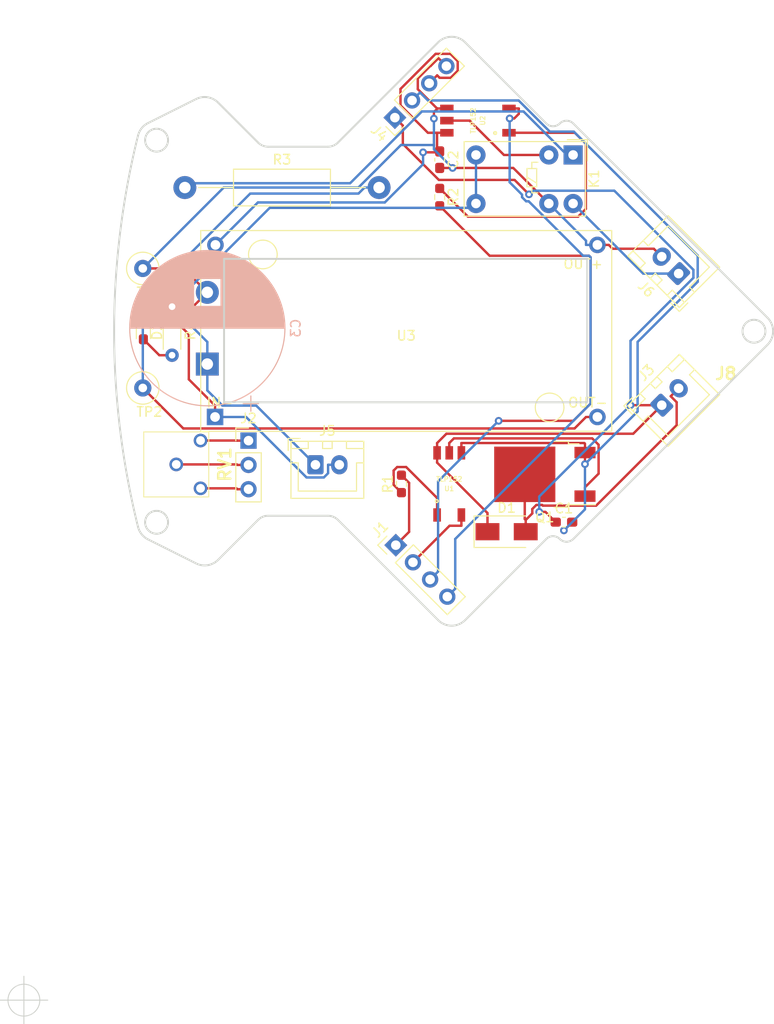
<source format=kicad_pcb>
(kicad_pcb (version 20211014) (generator pcbnew)
  (title_block (title "control board") (date "2021-11-08") (rev "V1.1") (company "Saeki.A"))
  (layers (0 "F.Cu" signal) (31 "B.Cu" signal) (34 "B.Paste" user) (35 "F.Paste" user) (36 "B.SilkS" user "B.Silkscreen") (37 "F.SilkS" user "F.Silkscreen") (38 "B.Mask" user) (39 "F.Mask" user) (44 "Edge.Cuts" user))
  (net 0 "")
  (net 1 "Net-(C3-Pad1)")
  (net 2 "Net-(C2-Pad2)")
  (net 3 "Net-(C1-Pad1)")
  (net 4 "Net-(D1-Pad2)")
  (net 5 "Net-(J1-Pad1)")
  (net 6 "Net-(J1-Pad3)")
  (net 7 "Net-(J1-Pad4)")
  (net 8 "Net-(J1-Pad2)")
  (net 9 "Net-(J2-Pad1)")
  (net 10 "Net-(J2-Pad2)")
  (net 11 "Net-(J2-Pad3)")
  (net 12 "Net-(C1-Pad2)")
  (net 13 "Net-(C2-Pad1)")
  (net 14 "Net-(J6-Pad1)")
  (net 15 "Net-(K1-Pad1)")
  (net 16 "Net-(K1-Pad2)")
  (net 17 "Net-(Q1-Pad1)")
  (net 18 "Net-(R3-Pad2)")
  (net 19 "Net-(R1-Pad1)")
  (net 20 "Net-(R2-Pad1)")
  (net 21 "Net-(D2-Pad2)")
  (footprint "0.main.robot:XL6009_HW432" (layer "F.Cu") (at 75.5 115)
    (fp_text reference "U3" (at 0 0.5) (layer "F.SilkS"))
    (fp_text value "XL6009/HW-432")
    (fp_text user "OUT-" (at 19 7.5) (layer "F.SilkS"))
    (fp_text user "IN-" (at -19.5 7.5) (layer "F.SilkS"))
    (fp_text user "IN+" (at -19.5 -7) (layer "F.SilkS"))
    (fp_text user "OUT+" (at 18.5 -7) (layer "F.SilkS"))
    (pad "1" thru_hole rect locked (at -20 9) (size 1.7272 1.7272) (drill 1.016) (layers *.Cu *.Mask) (net 2 "Net-(C2-Pad2)"))
    (pad "2" thru_hole oval locked (at -19.96 -9) (size 1.7272 1.7272) (drill 1.016) (layers *.Cu *.Mask) (net 13 "Net-(C2-Pad1)"))
    (pad "3" thru_hole oval locked (at 20 -9) (size 1.7272 1.7272) (drill 1.016) (layers *.Cu *.Mask) (net 2 "Net-(C2-Pad2)"))
    (pad "4" thru_hole oval locked (at 20 9) (size 1.7272 1.7272) (drill 1.016) (layers *.Cu *.Mask) (net 18 "Net-(R3-Pad2)"))
  )
  (footprint "0.main.robot:TLP152" (layer "F.Cu") (at 83 93 90)
    (fp_text reference "U2" (at 0 0.5 90) (layer "F.SilkS") (effects (font (size 0.5 0.5) (thickness 0.1))))
    (fp_text value "TLP152" (at 0 -0.5 90) (layer "F.SilkS") (effects (font (size 0.5 0.5) (thickness 0.1))))
    (pad "1" smd rect locked (at -1.27 3.25 90) (size 0.8 1.4) (layers "F.Cu" "F.Paste" "F.Mask") (net 20 "Net-(R2-Pad1)"))
    (pad "3" smd rect locked (at 1.27 3.25 90) (size 0.8 1.4) (layers "F.Cu" "F.Paste" "F.Mask") (net 7 "Net-(J1-Pad4)"))
    (pad "4" smd rect locked (at 1.27 -3.25 90) (size 0.8 1.4) (layers "F.Cu" "F.Paste" "F.Mask") (net 2 "Net-(C2-Pad2)"))
    (pad "5" smd rect locked (at 0 -3.25 90) (size 0.8 1.4) (layers "F.Cu" "F.Paste" "F.Mask") (net 16 "Net-(K1-Pad2)"))
    (pad "6" smd rect locked (at -1.27 -3.25 90) (size 0.8 1.4) (layers "F.Cu" "F.Paste" "F.Mask") (net 13 "Net-(C2-Pad1)"))
  )
  (footprint "Connector_JST:JST_XH_B2B-XH-A_1x02_P2.50mm_Vertical" (layer "F.Cu") (at 66 129)
    (fp_text reference "J5" (at 1.25 -3.55) (layer "F.SilkS"))
    (fp_text value "CAP")
    (pad "1" thru_hole roundrect (at 0 0) (size 1.7 2) (drill 1) (layers *.Cu *.Mask) (roundrect_rratio 0.147059) (net 1 "Net-(C3-Pad1)"))
    (pad "2" thru_hole oval (at 2.5 0) (size 1.7 2) (drill 1) (layers *.Cu *.Mask) (net 2 "Net-(C2-Pad2)"))
  )
  (footprint "Capacitor_SMD:C_0603_1608Metric_Pad1.08x0.95mm_HandSolder" (layer "F.Cu") (at 92 135)
    (fp_text reference "C1" (at 0 -1.43) (layer "F.SilkS"))
    (fp_text value "1uF")
    (pad "1" smd roundrect (at -0.8625 0) (size 1.075 0.95) (layers "F.Cu" "F.Paste" "F.Mask") (net 3 "Net-(C1-Pad1)"))
    (pad "2" smd roundrect (at 0.8625 0) (size 1.075 0.95) (layers "F.Cu" "F.Paste" "F.Mask") (net 12 "Net-(C1-Pad2)"))
  )
  (footprint "Connector_JST:JST_XH_B2B-XH-A_1x02_P2.50mm_Vertical" (layer "F.Cu") (at 104 109 135)
    (fp_text reference "J6" (at 1.25 -3.55 135) (layer "F.SilkS"))
    (fp_text value "Kicker1")
    (pad "1" thru_hole roundrect (at 0 0 135) (size 1.7 2) (drill 1) (layers *.Cu *.Mask) (roundrect_rratio 0.147059) (net 14 "Net-(J6-Pad1)"))
    (pad "2" thru_hole oval (at 2.5 0 135) (size 1.7 2) (drill 1) (layers *.Cu *.Mask) (net 2 "Net-(C2-Pad2)"))
  )
  (footprint "Connector_PinHeader_2.54mm:PinHeader_1x04_P2.54mm_Vertical" (layer "F.Cu") (at 74.313 92.687 135)
    (fp_text reference "J4" (at 0 -2.33 135) (layer "F.SilkS"))
    (fp_text value "drib-kick_POWER")
    (pad "1" thru_hole rect (at 0 0 135) (size 1.7 1.7) (drill 1) (layers *.Cu *.Mask) (net 3 "Net-(C1-Pad1)"))
    (pad "2" thru_hole oval (at 0 2.54 135) (size 1.7 1.7) (drill 1) (layers *.Cu *.Mask) (net 12 "Net-(C1-Pad2)"))
    (pad "3" thru_hole oval (at 0 5.08 135) (size 1.7 1.7) (drill 1) (layers *.Cu *.Mask) (net 13 "Net-(C2-Pad1)"))
    (pad "4" thru_hole oval (at 0 7.62 135) (size 1.7 1.7) (drill 1) (layers *.Cu *.Mask) (net 2 "Net-(C2-Pad2)"))
  )
  (footprint "TestPoint:TestPoint_Loop_D2.60mm_Drill0.9mm_Beaded" (layer "F.Cu") (at 47.94 120.963)
    (fp_text reference "TP2" (at 0.7 2.5) (layer "F.SilkS"))
    (fp_text value "V+")
    (pad "1" thru_hole circle (at 0 0) (size 1.8 1.8) (drill 0.9) (layers *.Cu *.Mask) (net 18 "Net-(R3-Pad2)"))
  )
  (footprint "TestPoint:TestPoint_Loop_D2.60mm_Drill0.9mm_Beaded" (layer "F.Cu") (at 47.94 108.463)
    (fp_text reference "TP1" (at 0.7 2.5) (layer "F.SilkS"))
    (fp_text value "GND")
    (pad "1" thru_hole circle (at 0 0) (size 1.8 1.8) (drill 0.9) (layers *.Cu *.Mask) (net 2 "Net-(C2-Pad2)"))
  )
  (footprint "0.main.robot:Trim-GF063X" (layer "F.Cu") (at 51.44 128.963 -90)
    (fp_text reference "RV1" (at 0 -5.08 90) (layer "F.SilkS") (effects (font (size 1.27 1.27) (thickness 0.254))))
    (fp_text value "20k" hide)
    (pad "1" thru_hole circle locked (at -2.5 -2.54 270) (size 1.431 1.431) (drill 0.92) (layers *.Cu *.Mask) (net 9 "Net-(J2-Pad1)"))
    (pad "2" thru_hole circle locked (at 0 0 270) (size 1.431 1.431) (drill 0.92) (layers *.Cu *.Mask) (net 10 "Net-(J2-Pad2)"))
    (pad "3" thru_hole circle locked (at 2.5 -2.54 270) (size 1.431 1.431) (drill 0.92) (layers *.Cu *.Mask) (net 11 "Net-(J2-Pad3)"))
  )
  (footprint "Resistor_SMD:R_0603_1608Metric_Pad0.98x0.95mm_HandSolder" (layer "F.Cu") (at 79 101 -90)
    (fp_text reference "R2" (at 0 -1.43 90) (layer "F.SilkS"))
    (fp_text value "120")
    (pad "1" smd roundrect (at -0.9125 0 270) (size 0.975 0.95) (layers "F.Cu" "F.Paste" "F.Mask") (net 20 "Net-(R2-Pad1)"))
    (pad "2" smd roundrect (at 0.9125 0 270) (size 0.975 0.95) (layers "F.Cu" "F.Paste" "F.Mask") (net 6 "Net-(J1-Pad3)"))
  )
  (footprint "Resistor_SMD:R_0603_1608Metric_Pad0.98x0.95mm_HandSolder" (layer "F.Cu") (at 75 131 90)
    (fp_text reference "R1" (at 0 -1.43 90) (layer "F.SilkS"))
    (fp_text value "120")
    (pad "1" smd roundrect (at -0.9125 0 90) (size 0.975 0.95) (layers "F.Cu" "F.Paste" "F.Mask") (net 19 "Net-(R1-Pad1)"))
    (pad "2" smd roundrect (at 0.9125 0 90) (size 0.975 0.95) (layers "F.Cu" "F.Paste" "F.Mask") (net 5 "Net-(J1-Pad1)"))
  )
  (footprint "Capacitor_SMD:C_0603_1608Metric_Pad1.08x0.95mm_HandSolder" (layer "F.Cu") (at 79 97.0875 -90)
    (fp_text reference "C2" (at 0 -1.43 90) (layer "F.SilkS"))
    (fp_text value "1uF")
    (pad "1" smd roundrect (at -0.8625 0 270) (size 1.075 0.95) (layers "F.Cu" "F.Paste" "F.Mask") (net 13 "Net-(C2-Pad1)"))
    (pad "2" smd roundrect (at 0.8625 0 270) (size 1.075 0.95) (layers "F.Cu" "F.Paste" "F.Mask") (net 2 "Net-(C2-Pad2)"))
  )
  (footprint "0.main.robot:TLP152" (layer "F.Cu") (at 80 131)
    (fp_text reference "U1" (at 0 0.5) (layer "F.SilkS") (effects (font (size 0.5 0.5) (thickness 0.1))))
    (fp_text value "TLP152" (at 0 -0.5) (layer "F.SilkS") (effects (font (size 0.5 0.5) (thickness 0.1))))
    (pad "1" smd rect locked (at -1.27 3.25) (size 0.8 1.4) (layers "F.Cu" "F.Paste" "F.Mask") (net 19 "Net-(R1-Pad1)"))
    (pad "3" smd rect locked (at 1.27 3.25) (size 0.8 1.4) (layers "F.Cu" "F.Paste" "F.Mask") (net 8 "Net-(J1-Pad2)"))
    (pad "4" smd rect locked (at 1.27 -3.25) (size 0.8 1.4) (layers "F.Cu" "F.Paste" "F.Mask") (net 12 "Net-(C1-Pad2)"))
    (pad "5" smd rect locked (at 0 -3.25) (size 0.8 1.4) (layers "F.Cu" "F.Paste" "F.Mask") (net 17 "Net-(Q1-Pad1)"))
    (pad "6" smd rect locked (at -1.27 -3.25) (size 0.8 1.4) (layers "F.Cu" "F.Paste" "F.Mask") (net 3 "Net-(C1-Pad1)"))
  )
  (footprint "Connector_JST:JST_XH_B2B-XH-A_1x02_P2.50mm_Vertical" (layer "F.Cu") (at 102.2322 122.7678 45)
    (fp_text reference "J3" (at 1.25 -3.55 45) (layer "F.SilkS"))
    (fp_text value "DribblerMotor")
    (pad "1" thru_hole roundrect (at 0 0 45) (size 1.7 2) (drill 1) (layers *.Cu *.Mask) (roundrect_rratio 0.147059) (net 3 "Net-(C1-Pad1)"))
    (pad "2" thru_hole oval (at 2.5 0 45) (size 1.7 2) (drill 1) (layers *.Cu *.Mask) (net 4 "Net-(D1-Pad2)"))
  )
  (footprint "Resistor_THT:R_Axial_DIN0411_L9.9mm_D3.6mm_P20.32mm_Horizontal" (layer "F.Cu") (at 52.34 100)
    (fp_text reference "R3" (at 10.16 -2.92) (layer "F.SilkS"))
    (fp_text value "100")
    (pad "1" thru_hole circle (at 0 0) (size 2.4 2.4) (drill 1.2) (layers *.Cu *.Mask) (net 15 "Net-(K1-Pad1)"))
    (pad "2" thru_hole oval (at 20.32 0) (size 2.4 2.4) (drill 1.2) (layers *.Cu *.Mask) (net 18 "Net-(R3-Pad2)"))
  )
  (footprint "Relay_THT:Relay_SPDT_Omron_G5V-1" (layer "F.Cu") (at 92.9575 96.5925 -90)
    (fp_text reference "K1" (at 2.5 -2.2 90) (layer "F.SilkS"))
    (fp_text value "G5V-1/12V")
    (pad "1" thru_hole rect (at 0 0 270) (size 2 2) (drill 1) (layers *.Cu *.Mask) (net 15 "Net-(K1-Pad1)"))
    (pad "2" thru_hole circle (at 0 2.54 270) (size 2 2) (drill 1) (layers *.Cu *.Mask) (net 16 "Net-(K1-Pad2)"))
    (pad "5" thru_hole circle (at 0 10.16 270) (size 2 2) (drill 1) (layers *.Cu *.Mask) (net 1 "Net-(C3-Pad1)"))
    (pad "6" thru_hole circle (at 5.08 10.16 270) (size 2 2) (drill 1) (layers *.Cu *.Mask) (net 1 "Net-(C3-Pad1)"))
    (pad "9" thru_hole circle (at 5.08 2.54 270) (size 2 2) (drill 1) (layers *.Cu *.Mask) (net 2 "Net-(C2-Pad2)"))
    (pad "10" thru_hole circle (at 5.08 0 270) (size 2 2) (drill 1) (layers *.Cu *.Mask) (net 14 "Net-(J6-Pad1)"))
  )
  (footprint "Connector_PinHeader_2.54mm:PinHeader_1x04_P2.54mm_Vertical" (layer "F.Cu") (at 74.4079 137.4079 45)
    (fp_text reference "J1" (at 0 -2.33 45) (layer "F.SilkS"))
    (fp_text value "drib-kick")
    (pad "1" thru_hole rect (at 0 0 45) (size 1.7 1.7) (drill 1) (layers *.Cu *.Mask) (net 5 "Net-(J1-Pad1)"))
    (pad "2" thru_hole oval (at 0 2.54 45) (size 1.7 1.7) (drill 1) (layers *.Cu *.Mask) (net 8 "Net-(J1-Pad2)"))
    (pad "3" thru_hole oval (at 0 5.08 45) (size 1.7 1.7) (drill 1) (layers *.Cu *.Mask) (net 6 "Net-(J1-Pad3)"))
    (pad "4" thru_hole oval (at 0 7.62 45) (size 1.7 1.7) (drill 1) (layers *.Cu *.Mask) (net 7 "Net-(J1-Pad4)"))
  )
  (footprint "Resistor_THT:R_Axial_DIN0204_L3.6mm_D1.6mm_P5.08mm_Horizontal" (layer "F.Cu") (at 51 112.46 -90)
    (fp_text reference "R4" (at 2.54 -1.92 90) (layer "F.SilkS"))
    (fp_text value "30k")
    (pad "1" thru_hole circle (at 0 0 270) (size 1.4 1.4) (drill 0.7) (layers *.Cu *.Mask) (net 1 "Net-(C3-Pad1)"))
    (pad "2" thru_hole oval (at 5.08 0 270) (size 1.4 1.4) (drill 0.7) (layers *.Cu *.Mask) (net 21 "Net-(D2-Pad2)"))
  )
  (footprint "Diode_SMD:D_SMA" (layer "F.Cu") (at 86 136)
    (fp_text reference "D1" (at 0 -2.5) (layer "F.SilkS"))
    (fp_text value "SX34F")
    (pad "1" smd rect (at -2 0) (size 2.5 1.8) (layers "F.Cu" "F.Paste" "F.Mask") (net 3 "Net-(C1-Pad1)"))
    (pad "2" smd rect (at 2 0) (size 2.5 1.8) (layers "F.Cu" "F.Paste" "F.Mask") (net 4 "Net-(D1-Pad2)"))
  )
  (footprint "Package_TO_SOT_SMD:TO-252-2" (layer "F.Cu") (at 90 130 180)
    (fp_text reference "Q1" (at 0 -4.5) (layer "F.SilkS"))
    (fp_text value "NP52N06SLG")
    (pad "1" smd rect (at -4.2 -2.28 180) (size 2.2 1.2) (layers "F.Cu" "F.Paste" "F.Mask") (net 17 "Net-(Q1-Pad1)"))
    (pad "2" smd rect (at 2.1 0 180) (size 6.4 5.8) (layers "F.Cu" "F.Mask") (net 4 "Net-(D1-Pad2)"))
    (pad "3" smd rect (at -4.2 2.28 180) (size 2.2 1.2) (layers "F.Cu" "F.Paste" "F.Mask") (net 12 "Net-(C1-Pad2)"))
  )
  (footprint "LED_SMD:LED_0603_1608Metric_Pad1.05x0.95mm_HandSolder" (layer "F.Cu") (at 48 115 -90)
    (fp_text reference "D2" (at 0 -1.43 90) (layer "F.SilkS"))
    (fp_text value "LED")
    (pad "1" smd roundrect (at -0.875 0 270) (size 1.05 0.95) (layers "F.Cu" "F.Paste" "F.Mask") (net 2 "Net-(C2-Pad2)"))
    (pad "2" smd roundrect (at 0.875 0 270) (size 1.05 0.95) (layers "F.Cu" "F.Paste" "F.Mask") (net 21 "Net-(D2-Pad2)"))
  )
  (footprint "Connector_PinHeader_2.54mm:PinHeader_1x03_P2.54mm_Vertical" (layer "F.Cu") (at 59 126.475)
    (fp_text reference "J2" (at 0 -2.33) (layer "F.SilkS"))
    (fp_text value "Conn_01x03")
    (pad "1" thru_hole rect (at 0 0) (size 1.7 1.7) (drill 1) (layers *.Cu *.Mask) (net 9 "Net-(J2-Pad1)"))
    (pad "2" thru_hole oval (at 0 2.54) (size 1.7 1.7) (drill 1) (layers *.Cu *.Mask) (net 10 "Net-(J2-Pad2)"))
    (pad "3" thru_hole oval (at 0 5.08) (size 1.7 1.7) (drill 1) (layers *.Cu *.Mask) (net 11 "Net-(J2-Pad3)"))
  )
  (footprint "Capacitor_THT:CP_Radial_D16.0mm_P7.50mm" (layer "B.Cu") (at 54.69 118.463 90)
    (fp_text reference "C3" (at 3.75 9.25 90) (layer "B.SilkS") (effects (justify mirror)))
    (fp_text value "2200uF/63V")
    (pad "1" thru_hole rect (at 0 0 90) (size 2.4 2.4) (drill 1.2) (layers *.Cu *.Mask) (net 1 "Net-(C3-Pad1)"))
    (pad "2" thru_hole circle (at 7.5 0 90) (size 2.4 2.4) (drill 1.2) (layers *.Cu *.Mask) (net 2 "Net-(C2-Pad2)"))
  )
  (gr_line (start 61.056863 95.731454) (end 67.299504 95.731454) (layer "Edge.Cuts") (width 0.2))
  (gr_arc (start 92.978959 136.760152) (mid 92.271852 137.053045) (end 91.564745 136.760152) (layer "Edge.Cuts") (width 0.2))
  (gr_line (start 92.978959 93.300736) (end 113.294453 113.61623) (layer "Edge.Cuts") (width 0.2))
  (gr_arc (start 91.564745 93.300736) (mid 92.271852 93.007843) (end 92.978959 93.300736) (layer "Edge.Cuts") (width 0.2))
  (gr_arc (start 47.439877 94.563987) (mid 47.819822 93.795506) (end 48.486608 93.256696) (layer "Edge.Cuts") (width 0.2))
  (gr_circle (center 49.381035 95.04555) (end 48.181035 95.04555) (layer "Edge.Cuts") (width 0.2) (fill none))
  (gr_line (start 55.822033 91.117945) (end 59.996203 95.292114) (layer "Edge.Cuts") (width 0.2))
  (gr_arc (start 81.66525 145.245433) (mid 80.251036 145.83122) (end 78.836823 145.245433) (layer "Edge.Cuts") (width 0.2))
  (gr_arc (start 47.439877 135.496901) (mid 44.939114 115.030444) (end 47.439877 94.563987) (layer "Edge.Cuts") (width 0.2))
  (gr_arc (start 61.056863 95.731454) (mid 60.482838 95.617273) (end 59.996203 95.292114) (layer "Edge.Cuts") (width 0.2))
  (gr_arc (start 113.294453 113.61623) (mid 113.880239 115.030444) (end 113.294453 116.444658) (layer "Edge.Cuts") (width 0.2))
  (gr_line (start 53.513393 139.317584) (end 48.486608 136.804192) (layer "Edge.Cuts") (width 0.2))
  (gr_line (start 67.299504 134.329434) (end 61.056863 134.329434) (layer "Edge.Cuts") (width 0.2))
  (gr_line (start 94.44 122.463) (end 56.44 122.463) (layer "Edge.Cuts") (width 0.2))
  (gr_arc (start 55.822033 138.942943) (mid 54.728184 139.502904) (end 53.513393 139.317584) (layer "Edge.Cuts") (width 0.2))
  (gr_line (start 56.44 122.463) (end 56.44 107.463) (layer "Edge.Cuts") (width 0.2))
  (gr_arc (start 90.150532 136.760152) (mid 90.857638 136.467258) (end 91.564745 136.760152) (layer "Edge.Cuts") (width 0.2))
  (gr_circle (center 49.381035 135.015338) (end 48.181035 135.015338) (layer "Edge.Cuts") (width 0.2) (fill none))
  (gr_line (start 113.294453 116.444658) (end 92.978959 136.760152) (layer "Edge.Cuts") (width 0.2))
  (gr_line (start 78.836823 145.245433) (end 68.360164 134.768774) (layer "Edge.Cuts") (width 0.2))
  (gr_arc (start 68.360164 95.292114) (mid 67.873529 95.617273) (end 67.299504 95.731454) (layer "Edge.Cuts") (width 0.2))
  (gr_arc (start 59.996203 134.768774) (mid 60.482838 134.443615) (end 61.056863 134.329434) (layer "Edge.Cuts") (width 0.2))
  (gr_line (start 48.486608 93.256696) (end 53.513393 90.743304) (layer "Edge.Cuts") (width 0.2))
  (gr_circle (center 111.880239 115.030444) (end 110.680239 115.030444) (layer "Edge.Cuts") (width 0.2) (fill none))
  (gr_arc (start 53.513393 90.743304) (mid 54.728184 90.557984) (end 55.822033 91.117945) (layer "Edge.Cuts") (width 0.2))
  (gr_arc (start 91.564745 93.300736) (mid 90.857638 93.59363) (end 90.150532 93.300736) (layer "Edge.Cuts") (width 0.2))
  (gr_arc (start 78.836823 84.815455) (mid 80.251036 84.229668) (end 81.66525 84.815455) (layer "Edge.Cuts") (width 0.2))
  (gr_line (start 90.150532 136.760152) (end 81.66525 145.245433) (layer "Edge.Cuts") (width 0.2))
  (gr_line (start 68.360164 95.292114) (end 78.836823 84.815455) (layer "Edge.Cuts") (width 0.2))
  (gr_line (start 81.66525 84.815455) (end 90.150532 93.300736) (layer "Edge.Cuts") (width 0.2))
  (gr_arc (start 67.299504 134.329434) (mid 67.873529 134.443615) (end 68.360164 134.768774) (layer "Edge.Cuts") (width 0.2))
  (gr_arc (start 48.486608 136.804192) (mid 47.819822 136.265382) (end 47.439877 135.496901) (layer "Edge.Cuts") (width 0.2))
  (gr_line (start 56.44 107.463) (end 94.44 107.463) (layer "Edge.Cuts") (width 0.2))
  (gr_line (start 59.996203 134.768774) (end 55.822033 138.942943) (layer "Edge.Cuts") (width 0.2))
  (gr_line (start 94.44 107.463) (end 94.44 122.463) (layer "Edge.Cuts") (width 0.2))
  (gr_text "J8" (at 108.94 119.463) (layer "F.SilkS") (effects (font (size 1.27 1.27) (thickness 0.254))))
  (target plus (at 35.5 185) (size 5) (width 0.1) (layer "Edge.Cuts"))
  (segment (start 66 129) (end 59.811 122.811) (width 0.25) (layer "B.Cu") (net 1))
  (segment (start 56.2756 122.811) (end 54.69 121.2254) (width 0.25) (layer "B.Cu") (net 1))
  (segment (start 54.69 118.463) (end 54.69 116.15) (width 0.25) (layer "B.Cu") (net 1))
  (segment (start 82.3472 102.1228) (end 82.7975 101.6725) (width 0.25) (layer "B.Cu") (net 1))
  (segment (start 82.7975 96.5925) (end 82.7975 101.6725) (width 0.25) (layer "B.Cu") (net 1))
  (segment (start 54.69 116.15) (end 51 112.46) (width 0.25) (layer "B.Cu") (net 1))
  (segment (start 59.811 122.811) (end 56.2756 122.811) (width 0.25) (layer "B.Cu") (net 1))
  (segment (start 61.218 102.1228) (end 82.3472 102.1228) (width 0.25) (layer "B.Cu") (net 1))
  (segment (start 51 112.46) (end 51 112.3408) (width 0.25) (layer "B.Cu") (net 1))
  (segment (start 54.69 121.2254) (end 54.69 118.463) (width 0.25) (layer "B.Cu") (net 1))
  (segment (start 51 112.3408) (end 61.218 102.1228) (width 0.25) (layer "B.Cu") (net 1))
  (segment (start 52.7543 120.0654) (end 52.7543 115.3513) (width 0.25) (layer "F.Cu") (net 2))
  (segment (start 55.5 124) (end 55.5 122.8111) (width 0.25) (layer "F.Cu") (net 2))
  (segment (start 76.7096 89.7149) (end 76.7096 88.5921) (width 0.25) (layer "F.Cu") (net 2))
  (segment (start 47.94 108.463) (end 52.19 108.463) (width 0.25) (layer "F.Cu") (net 2))
  (segment (start 86.695 97.95) (end 80.3487 97.95) (width 0.25) (layer "F.Cu") (net 2))
  (segment (start 78.7752 91.73) (end 78.7247 91.73) (width 0.25) (layer "F.Cu") (net 2))
  (segment (start 90.4175 101.6725) (end 86.695 97.95) (width 0.25) (layer "F.Cu") (net 2))
  (segment (start 54.69 110.963) (end 51.528 114.125) (width 0.25) (layer "F.Cu") (net 2))
  (segment (start 55.5 122.8111) (end 52.7543 120.0654) (width 0.25) (layer "F.Cu") (net 2))
  (segment (start 51.528 114.125) (end 48 114.125) (width 0.25) (layer "F.Cu") (net 2))
  (segment (start 80.3487 97.95) (end 79 97.95) (width 0.25) (layer "F.Cu") (net 2))
  (segment (start 97.0901 106.4012) (end 96.6889 106) (width 0.25) (layer "F.Cu") (net 2))
  (segment (start 78.3954 92.1098) (end 78.7752 91.73) (width 0.25) (layer "F.Cu") (net 2))
  (segment (start 52.7543 115.3513) (end 51.528 114.125) (width 0.25) (layer "F.Cu") (net 2))
  (segment (start 79.75 91.73) (end 78.7752 91.73) (width 0.25) (layer "F.Cu") (net 2))
  (segment (start 78.3954 92.7878) (end 78.3954 92.1098) (width 0.25) (layer "F.Cu") (net 2))
  (segment (start 79.7012 87.2988) (end 78.8702 86.4677) (width 0.25) (layer "F.Cu") (net 2))
  (segment (start 76.7096 88.5921) (end 78.0029 87.2988) (width 0.25) (layer "F.Cu") (net 2))
  (segment (start 101.4012 106.4012) (end 97.0901 106.4012) (width 0.25) (layer "F.Cu") (net 2))
  (segment (start 78.0029 87.2988) (end 78.0391 87.2988) (width 0.25) (layer "F.Cu") (net 2))
  (segment (start 78.7247 91.73) (end 76.7096 89.7149) (width 0.25) (layer "F.Cu") (net 2))
  (segment (start 95.5 106) (end 96.6889 106) (width 0.25) (layer "F.Cu") (net 2))
  (segment (start 52.19 108.463) (end 54.69 110.963) (width 0.25) (layer "F.Cu") (net 2))
  (segment (start 78.0391 87.2988) (end 78.8702 86.4677) (width 0.25) (layer "F.Cu") (net 2))
  (segment (start 102.2322 107.2322) (end 101.4012 106.4012) (width 0.25) (layer "F.Cu") (net 2))
  (via (at 78.3954 92.7878) (size 0.8) (drill 0.4) (layers "F.Cu" "B.Cu") (net 2))
  (via (at 80.3487 97.95) (size 0.8) (drill 0.4) (layers "F.Cu" "B.Cu") (net 2))
  (segment (start 68.5 129) (end 67.3247 129) (width 0.25) (layer "B.Cu") (net 2))
  (segment (start 78.3954 95.9967) (end 80.3487 97.95) (width 0.25) (layer "B.Cu") (net 2))
  (segment (start 70.4978 100) (end 56.403 100) (width 0.25) (layer "B.Cu") (net 2))
  (segment (start 94.3111 105.5661) (end 90.4175 101.6725) (width 0.25) (layer "B.Cu") (net 2))
  (segment (start 65.0704 130.3267) (end 66.8795 130.3267) (width 0.25) (layer "B.Cu") (net 2))
  (segment (start 56.403 100) (end 47.94 108.463) (width 0.25) (layer "B.Cu") (net 2))
  (segment (start 55.5 124) (end 58.7437 124) (width 0.25) (layer "B.Cu") (net 2))
  (segment (start 78.3954 95.5532) (end 78.3954 95.9967) (width 0.25) (layer "B.Cu") (net 2))
  (segment (start 78.3954 92.7878) (end 78.3954 95.5532) (width 0.25) (layer "B.Cu") (net 2))
  (segment (start 67.3247 129.8815) (end 67.3247 129) (width 0.25) (layer "B.Cu") (net 2))
  (segment (start 78.3954 95.5532) (end 74.9446 95.5532) (width 0.25) (layer "B.Cu") (net 2))
  (segment (start 66.8795 130.3267) (end 67.3247 129.8815) (width 0.25) (layer "B.Cu") (net 2))
  (segment (start 74.9446 95.5532) (end 70.4978 100) (width 0.25) (layer "B.Cu") (net 2))
  (segment (start 58.7437 124) (end 65.0704 130.3267) (width 0.25) (layer "B.Cu") (net 2))
  (segment (start 95.5 106) (end 94.3111 106) (width 0.25) (layer "B.Cu") (net 2))
  (segment (start 94.3111 106) (end 94.3111 105.5661) (width 0.25) (layer "B.Cu") (net 2))
  (segment (start 78.73 127.75) (end 78.73 126.7247) (width 0.25) (layer "F.Cu") (net 3))
  (segment (start 88.3425 100.7121) (end 86.8335 99.2031) (width 0.25) (layer "F.Cu") (net 3))
  (segment (start 86.8335 99.2031) (end 78.9116 99.2031) (width 0.25) (layer "F.Cu") (net 3))
  (segment (start 79.7033 125.7514) (end 99.2486 125.7514) (width 0.25) (layer "F.Cu") (net 3))
  (segment (start 78.73 128.7753) (end 84 134.0453) (width 0.25) (layer "F.Cu") (net 3))
  (segment (start 78.73 126.7247) (end 79.7033 125.7514) (width 0.25) (layer "F.Cu") (net 3))
  (segment (start 74.313 92.687) (end 75.1441 93.518) (width 0.25) (layer "F.Cu") (net 3))
  (segment (start 75.144 95.4355) (end 75.144 93.5181) (width 0.25) (layer "F.Cu") (net 3))
  (segment (start 78.73 127.75) (end 78.73 128.7753) (width 0.25) (layer "F.Cu") (net 3))
  (segment (start 89.4138 133.9236) (end 90.0611 133.9236) (width 0.25) (layer "F.Cu") (net 3))
  (segment (start 75.144 93.5181) (end 75.1441 93.518) (width 0.25) (layer "F.Cu") (net 3))
  (segment (start 99.2486 125.7514) (end 102.2322 122.7678) (width 0.25) (layer "F.Cu") (net 3))
  (segment (start 78.9116 99.2031) (end 75.144 95.4355) (width 0.25) (layer "F.Cu") (net 3))
  (segment (start 102.2322 122.7678) (end 98.9651 122.7678) (width 0.25) (layer "F.Cu") (net 3))
  (segment (start 90.0611 133.9236) (end 91.1375 135) (width 0.25) (layer "F.Cu") (net 3))
  (segment (start 84 134.0453) (end 84 136) (width 0.25) (layer "F.Cu") (net 3))
  (via (at 98.9651 122.7678) (size 0.8) (drill 0.4) (layers "F.Cu" "B.Cu") (net 3))
  (via (at 88.3425 100.7121) (size 0.8) (drill 0.4) (layers "F.Cu" "B.Cu") (net 3))
  (via (at 89.4138 133.9236) (size 0.8) (drill 0.4) (layers "F.Cu" "B.Cu") (net 3))
  (segment (start 89.4138 132.3191) (end 89.4138 133.9236) (width 0.25) (layer "B.Cu") (net 3))
  (segment (start 98.9651 122.7678) (end 89.4138 132.3191) (width 0.25) (layer "B.Cu") (net 3))
  (segment (start 98.9651 116.0246) (end 98.9651 122.7678) (width 0.25) (layer "B.Cu") (net 3))
  (segment (start 105.5422 108.6029) (end 105.5422 109.4475) (width 0.25) (layer "B.Cu") (net 3))
  (segment (start 88.7234 100.3312) (end 97.2705 100.3312) (width 0.25) (layer "B.Cu") (net 3))
  (segment (start 105.5422 109.4475) (end 98.9651 116.0246) (width 0.25) (layer "B.Cu") (net 3))
  (segment (start 97.2705 100.3312) (end 105.5422 108.6029) (width 0.25) (layer "B.Cu") (net 3))
  (segment (start 88.3425 100.7121) (end 88.7234 100.3312) (width 0.25) (layer "B.Cu") (net 3))
  (segment (start 89.7143 133.1983) (end 89.1134 133.1983) (width 0.25) (layer "F.Cu") (net 4))
  (segment (start 103.7922 122.4543) (end 103.7922 124.8515) (width 0.25) (layer "F.Cu") (net 4))
  (segment (start 103.169 121.831) (end 103.7922 122.4543) (width 0.25) (layer "F.Cu") (net 4))
  (segment (start 88 136) (end 88 134.7747) (width 0.25) (layer "F.Cu") (net 4))
  (segment (start 95.3712 133.2725) (end 89.7885 133.2725) (width 0.25) (layer "F.Cu") (net 4))
  (segment (start 88 134.7747) (end 87.9 134.6747) (width 0.25) (layer "F.Cu") (net 4))
  (segment (start 104 121) (end 103.169 121.831) (width 0.25) (layer "F.Cu") (net 4))
  (segment (start 88.6885 134.0862) (end 88 134.7747) (width 0.25) (layer "F.Cu") (net 4))
  (segment (start 89.1134 133.1983) (end 88.6885 133.6232) (width 0.25) (layer "F.Cu") (net 4))
  (segment (start 87.9 134.6747) (end 87.9 130) (width 0.25) (layer "F.Cu") (net 4))
  (segment (start 88.6885 133.6232) (end 88.6885 134.0862) (width 0.25) (layer "F.Cu") (net 4))
  (segment (start 103.7922 124.8515) (end 95.3712 133.2725) (width 0.25) (layer "F.Cu") (net 4))
  (segment (start 89.7885 133.2725) (end 89.7143 133.1983) (width 0.25) (layer "F.Cu") (net 4))
  (segment (start 75.8021 136.0137) (end 74.4079 137.4079) (width 0.25) (layer "F.Cu") (net 5))
  (segment (start 75 130.0875) (end 75.8021 130.8896) (width 0.25) (layer "F.Cu") (net 5))
  (segment (start 75.8021 130.8896) (end 75.8021 136.0137) (width 0.25) (layer "F.Cu") (net 5))
  (segment (start 84.2228 107.1353) (end 94.6298 107.1353) (width 0.25) (layer "F.Cu") (net 6))
  (segment (start 94.6298 107.1353) (end 94.7903 107.2958) (width 0.25) (layer "F.Cu") (net 6))
  (segment (start 79 101.9125) (end 84.2228 107.1353) (width 0.25) (layer "F.Cu") (net 6))
  (segment (start 94.7903 107.2958) (end 94.7903 122.5958) (width 0.25) (layer "F.Cu") (net 6))
  (segment (start 94.7903 122.5958) (end 92.9853 124.4008) (width 0.25) (layer "F.Cu") (net 6))
  (segment (start 92.9853 124.4008) (end 85.1695 124.4008) (width 0.25) (layer "F.Cu") (net 6))
  (via (at 85.1695 124.4008) (size 0.8) (drill 0.4) (layers "F.Cu" "B.Cu") (net 6))
  (segment (start 78 141) (end 78.8311 140.1689) (width 0.25) (layer "B.Cu") (net 6))
  (segment (start 85.1695 124.4008) (end 78.831 130.7393) (width 0.25) (layer "B.Cu") (net 6))
  (segment (start 78.831 140.1689) (end 78.8311 140.1689) (width 0.25) (layer "B.Cu") (net 6))
  (segment (start 78.831 130.7393) (end 78.831 140.1689) (width 0.25) (layer "B.Cu") (net 6))
  (segment (start 86.25 91.73) (end 87.2753 91.73) (width 0.25) (layer "F.Cu") (net 7))
  (segment (start 87.2753 92.2974) (end 86.7977 92.775) (width 0.25) (layer "F.Cu") (net 7))
  (segment (start 87.2753 91.73) (end 87.2753 92.2974) (width 0.25) (layer "F.Cu") (net 7))
  (segment (start 86.7977 92.775) (end 86.32 92.775) (width 0.25) (layer "F.Cu") (net 7))
  (via (at 86.32 92.775) (size 0.8) (drill 0.4) (layers "F.Cu" "B.Cu") (net 7))
  (segment (start 88.3081 101.4374) (end 94.006 107.1353) (width 0.25) (layer "B.Cu") (net 7))
  (segment (start 80.6271 141.965) (end 80.6272 141.965) (width 0.25) (layer "B.Cu") (net 7))
  (segment (start 80.6271 136.759) (end 80.6271 141.965) (width 0.25) (layer "B.Cu") (net 7))
  (segment (start 94.7857 107.2975) (end 94.7857 122.6004) (width 0.25) (layer "B.Cu") (net 7))
  (segment (start 87.6172 100.7465) (end 87.6172 101.0125) (width 0.25) (layer "B.Cu") (net 7))
  (segment (start 94.6235 107.1353) (end 94.7857 107.2975) (width 0.25) (layer "B.Cu") (net 7))
  (segment (start 88.0421 101.4374) (end 88.3081 101.4374) (width 0.25) (layer "B.Cu") (net 7))
  (segment (start 87.6172 101.0125) (end 88.0421 101.4374) (width 0.25) (layer "B.Cu") (net 7))
  (segment (start 86.32 92.775) (end 86.32 99.4493) (width 0.25) (layer "B.Cu") (net 7))
  (segment (start 94.7857 122.6004) (end 80.6271 136.759) (width 0.25) (layer "B.Cu") (net 7))
  (segment (start 86.32 99.4493) (end 87.6172 100.7465) (width 0.25) (layer "B.Cu") (net 7))
  (segment (start 79.7961 142.7961) (end 80.6272 141.965) (width 0.25) (layer "B.Cu") (net 7))
  (segment (start 94.006 107.1353) (end 94.6235 107.1353) (width 0.25) (layer "B.Cu") (net 7))
  (segment (start 81.27 135.3753) (end 80.0327 135.3753) (width 0.25) (layer "F.Cu") (net 8))
  (segment (start 80.0327 135.3753) (end 76.204 139.204) (width 0.25) (layer "F.Cu") (net 8))
  (segment (start 81.27 134.25) (end 81.27 135.3753) (width 0.25) (layer "F.Cu") (net 8))
  (segment (start 59 126.475) (end 57.8247 126.475) (width 0.25) (layer "F.Cu") (net 9))
  (segment (start 57.8127 126.463) (end 57.8247 126.475) (width 0.25) (layer "F.Cu") (net 9))
  (segment (start 53.98 126.463) (end 57.8127 126.463) (width 0.25) (layer "F.Cu") (net 9))
  (segment (start 57.7727 128.963) (end 57.8247 129.015) (width 0.25) (layer "F.Cu") (net 10))
  (segment (start 59 129.015) (end 57.8247 129.015) (width 0.25) (layer "F.Cu") (net 10))
  (segment (start 51.44 128.963) (end 57.7727 128.963) (width 0.25) (layer "F.Cu") (net 10))
  (segment (start 53.98 131.463) (end 57.7327 131.463) (width 0.25) (layer "F.Cu") (net 11))
  (segment (start 59 131.555) (end 57.8247 131.555) (width 0.25) (layer "F.Cu") (net 11))
  (segment (start 57.7327 131.463) (end 57.8247 131.555) (width 0.25) (layer "F.Cu") (net 11))
  (segment (start 92.8625 135) (end 91.9959 135.8666) (width 0.25) (layer "F.Cu") (net 12))
  (segment (start 94.2 128.9287) (end 94.2 127.72) (width 0.25) (layer "F.Cu") (net 12))
  (segment (start 81.27 126.7247) (end 94.13 126.7247) (width 0.25) (layer "F.Cu") (net 12))
  (segment (start 94.13 126.7247) (end 94.2 126.7947) (width 0.25) (layer "F.Cu") (net 12))
  (segment (start 81.27 127.75) (end 81.27 126.7247) (width 0.25) (layer "F.Cu") (net 12))
  (segment (start 94.2 127.72) (end 94.2 126.7947) (width 0.25) (layer "F.Cu") (net 12))
  (via (at 91.9959 135.8666) (size 0.8) (drill 0.4) (layers "F.Cu" "B.Cu") (net 12))
  (via (at 94.2 128.9287) (size 0.8) (drill 0.4) (layers "F.Cu" "B.Cu") (net 12))
  (segment (start 77.7711 90.8909) (end 76.9401 90.0599) (width 0.25) (layer "B.Cu") (net 12))
  (segment (start 94.2 128.9287) (end 94.2 133.6625) (width 0.25) (layer "B.Cu") (net 12))
  (segment (start 93.0309 94.1513) (end 90.5163 94.1513) (width 0.25) (layer "B.Cu") (net 12))
  (segment (start 99.7058 123.4229) (end 99.7058 116.1458) (width 0.25) (layer "B.Cu") (net 12))
  (segment (start 105.9925 107.1129) (end 93.0309 94.1513) (width 0.25) (layer "B.Cu") (net 12))
  (segment (start 76.1091 90.8909) (end 76.9401 90.0599) (width 0.25) (layer "B.Cu") (net 12))
  (segment (start 99.7058 116.1458) (end 105.9925 109.8591) (width 0.25) (layer "B.Cu") (net 12))
  (segment (start 87.2559 90.8909) (end 77.7711 90.8909) (width 0.25) (layer "B.Cu") (net 12))
  (segment (start 94.2 133.6625) (end 91.9959 135.8666) (width 0.25) (layer "B.Cu") (net 12))
  (segment (start 105.9925 109.8591) (end 105.9925 107.1129) (width 0.25) (layer "B.Cu") (net 12))
  (segment (start 94.2 128.9287) (end 99.7058 123.4229) (width 0.25) (layer "B.Cu") (net 12))
  (segment (start 90.5163 94.1513) (end 87.2559 90.8909) (width 0.25) (layer "B.Cu") (net 12))
  (segment (start 78.7247 95.9497) (end 79 96.225) (width 0.25) (layer "F.Cu") (net 13))
  (segment (start 78.7247 94.27) (end 78.7247 95.9497) (width 0.25) (layer "F.Cu") (net 13))
  (segment (start 74.8988 91.4059) (end 74.8988 89.6889) (width 0.25) (layer "F.Cu") (net 13))
  (segment (start 80.8859 86.7836) (end 80.8859 87.7819) (width 0.25) (layer "F.Cu") (net 13))
  (segment (start 74.8988 89.6889) (end 78.5718 86.0159) (width 0.25) (layer "F.Cu") (net 13))
  (segment (start 77.2619 96.3161) (end 78.9089 96.3161) (width 0.25) (layer "F.Cu") (net 13))
  (segment (start 78.9943 88.522) (end 78.7362 88.2638) (width 0.25) (layer "F.Cu") (net 13))
  (segment (start 77.9051 89.0949) (end 78.7362 88.2638) (width 0.25) (layer "F.Cu") (net 13))
  (segment (start 78.9089 96.3161) (end 79 96.225) (width 0.25) (layer "F.Cu") (net 13))
  (segment (start 78.5718 86.0159) (end 80.1182 86.0159) (width 0.25) (layer "F.Cu") (net 13))
  (segment (start 78.7247 94.27) (end 77.7629 94.27) (width 0.25) (layer "F.Cu") (net 13))
  (segment (start 80.1458 88.522) (end 78.9943 88.522) (width 0.25) (layer "F.Cu") (net 13))
  (segment (start 80.1182 86.0159) (end 80.8859 86.7836) (width 0.25) (layer "F.Cu") (net 13))
  (segment (start 77.7629 94.27) (end 74.8988 91.4059) (width 0.25) (layer "F.Cu") (net 13))
  (segment (start 80.8859 87.7819) (end 80.1458 88.522) (width 0.25) (layer "F.Cu") (net 13))
  (segment (start 79.75 94.27) (end 78.7247 94.27) (width 0.25) (layer "F.Cu") (net 13))
  (via (at 77.2619 96.3161) (size 0.8) (drill 0.4) (layers "F.Cu" "B.Cu") (net 13))
  (segment (start 55.54 106) (end 59.9801 101.5599) (width 0.25) (layer "B.Cu") (net 13))
  (segment (start 73.2574 101.5599) (end 77.2619 97.5554) (width 0.25) (layer "B.Cu") (net 13))
  (segment (start 77.2619 97.5554) (end 77.2619 96.3161) (width 0.25) (layer "B.Cu") (net 13))
  (segment (start 59.9801 101.5599) (end 73.2574 101.5599) (width 0.25) (layer "B.Cu") (net 13))
  (segment (start 100.285 109) (end 92.9575 101.6725) (width 0.25) (layer "B.Cu") (net 14))
  (segment (start 104 109) (end 100.285 109) (width 0.25) (layer "B.Cu") (net 14))
  (segment (start 87.7696 92.0415) (end 77.1415 92.0415) (width 0.25) (layer "B.Cu") (net 15))
  (segment (start 92.3206 96.5925) (end 87.7696 92.0415) (width 0.25) (layer "B.Cu") (net 15))
  (segment (start 92.9575 96.5925) (end 92.3206 96.5925) (width 0.25) (layer "B.Cu") (net 15))
  (segment (start 52.7903 99.5497) (end 52.34 100) (width 0.25) (layer "B.Cu") (net 15))
  (segment (start 69.6333 99.5497) (end 52.7903 99.5497) (width 0.25) (layer "B.Cu") (net 15))
  (segment (start 77.1415 92.0415) (end 69.6333 99.5497) (width 0.25) (layer "B.Cu") (net 15))
  (segment (start 85.72 96.5925) (end 90.4175 96.5925) (width 0.25) (layer "F.Cu") (net 16))
  (segment (start 82.1275 93) (end 85.72 96.5925) (width 0.25) (layer "F.Cu") (net 16))
  (segment (start 79.75 93) (end 82.1275 93) (width 0.25) (layer "F.Cu") (net 16))
  (segment (start 95.6254 129.9293) (end 94.2 131.3547) (width 0.25) (layer "F.Cu") (net 17))
  (segment (start 80 126.7247) (end 80.485 126.2397) (width 0.25) (layer "F.Cu") (net 17))
  (segment (start 95.6254 126.9071) (end 95.6254 129.9293) (width 0.25) (layer "F.Cu") (net 17))
  (segment (start 80.485 126.2397) (end 94.958 126.2397) (width 0.25) (layer "F.Cu") (net 17))
  (segment (start 94.958 126.2397) (end 95.6254 126.9071) (width 0.25) (layer "F.Cu") (net 17))
  (segment (start 80 127.75) (end 80 126.7247) (width 0.25) (layer "F.Cu") (net 17))
  (segment (start 94.2 132.28) (end 94.2 131.3547) (width 0.25) (layer "F.Cu") (net 17))
  (segment (start 52.1773 125.2003) (end 47.94 120.963) (width 0.25) (layer "F.Cu") (net 18))
  (segment (start 93.1108 125.2003) (end 52.1773 125.2003) (width 0.25) (layer "F.Cu") (net 18))
  (segment (start 94.3111 124) (end 93.1108 125.2003) (width 0.25) (layer "F.Cu") (net 18))
  (segment (start 95.5 124) (end 94.3111 124) (width 0.25) (layer "F.Cu") (net 18))
  (segment (start 70.5027 100.632) (end 71.1347 100) (width 0.25) (layer "B.Cu") (net 18))
  (segment (start 72.66 100) (end 71.1347 100) (width 0.25) (layer "B.Cu") (net 18))
  (segment (start 47.94 120.963) (end 47.94 111.8681) (width 0.25) (layer "B.Cu") (net 18))
  (segment (start 47.94 111.8681) (end 59.1761 100.632) (width 0.25) (layer "B.Cu") (net 18))
  (segment (start 59.1761 100.632) (end 70.5027 100.632) (width 0.25) (layer "B.Cu") (net 18))
  (segment (start 74.1825 129.6028) (end 74.5503 129.235) (width 0.25) (layer "F.Cu") (net 19))
  (segment (start 74.1825 131.095) (end 74.1825 129.6028) (width 0.25) (layer "F.Cu") (net 19))
  (segment (start 74.5503 129.235) (end 75.4921 129.235) (width 0.25) (layer "F.Cu") (net 19))
  (segment (start 78.73 132.4729) (end 78.73 134.25) (width 0.25) (layer "F.Cu") (net 19))
  (segment (start 75 131.9125) (end 74.1825 131.095) (width 0.25) (layer "F.Cu") (net 19))
  (segment (start 75.4921 129.235) (end 78.73 132.4729) (width 0.25) (layer "F.Cu") (net 19))
  (segment (start 86.25 94.27) (end 93.1373 94.27) (width 0.25) (layer "F.Cu") (net 20))
  (segment (start 93.1373 94.27) (end 94.293 95.4257) (width 0.25) (layer "F.Cu") (net 20))
  (segment (start 93.4819 103.0453) (end 81.9578 103.0453) (width 0.25) (layer "F.Cu") (net 20))
  (segment (start 81.9578 103.0453) (end 79 100.0875) (width 0.25) (layer "F.Cu") (net 20))
  (segment (start 94.293 102.2342) (end 93.4819 103.0453) (width 0.25) (layer "F.Cu") (net 20))
  (segment (start 94.293 95.4257) (end 94.293 102.2342) (width 0.25) (layer "F.Cu") (net 20))
  (segment (start 51 117.54) (end 49.665 117.54) (width 0.25) (layer "F.Cu") (net 21))
  (segment (start 49.665 117.54) (end 48 115.875) (width 0.25) (layer "F.Cu") (net 21))
)
</source>
